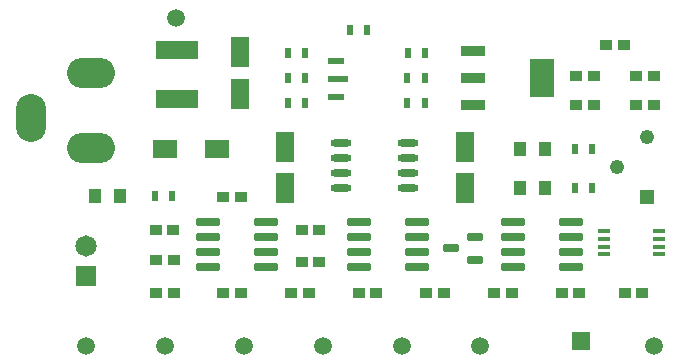
<source format=gbr>
%TF.GenerationSoftware,Altium Limited,Altium Designer,24.9.1 (31)*%
G04 Layer_Color=255*
%FSLAX45Y45*%
%MOMM*%
%TF.SameCoordinates,1ED834A1-E46C-4F5A-A45D-C8FB9AE456DD*%
%TF.FilePolarity,Positive*%
%TF.FileFunction,Pads,Top*%
%TF.Part,Single*%
G01*
G75*
%TA.AperFunction,SMDPad,CuDef*%
%ADD10R,1.00000X0.95000*%
%ADD11C,1.50000*%
%ADD12R,1.60000X2.60000*%
%ADD13R,1.10000X1.20000*%
G04:AMPARAMS|DCode=14|XSize=1.97mm|YSize=0.6mm|CornerRadius=0.075mm|HoleSize=0mm|Usage=FLASHONLY|Rotation=0.000|XOffset=0mm|YOffset=0mm|HoleType=Round|Shape=RoundedRectangle|*
%AMROUNDEDRECTD14*
21,1,1.97000,0.45000,0,0,0.0*
21,1,1.82000,0.60000,0,0,0.0*
1,1,0.15000,0.91000,-0.22500*
1,1,0.15000,-0.91000,-0.22500*
1,1,0.15000,-0.91000,0.22500*
1,1,0.15000,0.91000,0.22500*
%
%ADD14ROUNDEDRECTD14*%
%ADD15O,1.80000X0.60000*%
%ADD16R,2.10000X1.55000*%
%ADD17R,1.60000X2.50000*%
%ADD18R,0.55000X0.90000*%
%ADD19R,1.40000X0.60000*%
%ADD20R,1.80000X0.60000*%
%ADD21R,1.10000X0.35000*%
%ADD22R,2.15000X3.25000*%
%ADD23R,2.15000X0.90000*%
G04:AMPARAMS|DCode=24|XSize=1.32mm|YSize=0.6mm|CornerRadius=0.075mm|HoleSize=0mm|Usage=FLASHONLY|Rotation=180.000|XOffset=0mm|YOffset=0mm|HoleType=Round|Shape=RoundedRectangle|*
%AMROUNDEDRECTD24*
21,1,1.32000,0.45000,0,0,180.0*
21,1,1.17000,0.60000,0,0,180.0*
1,1,0.15000,-0.58500,0.22500*
1,1,0.15000,0.58500,0.22500*
1,1,0.15000,0.58500,-0.22500*
1,1,0.15000,-0.58500,-0.22500*
%
%ADD24ROUNDEDRECTD24*%
%ADD25R,3.55600X1.52400*%
%TA.AperFunction,ComponentPad*%
%ADD30O,4.06400X2.54000*%
%ADD31O,2.54000X4.06400*%
%ADD32R,1.60000X1.60000*%
%ADD33C,1.22200*%
%ADD34R,1.22200X1.22200*%
%ADD35C,1.81500*%
%ADD36R,1.81500X1.81500*%
D10*
X5094223Y3038073D02*
D03*
X5244223D02*
D03*
X5399480Y934692D02*
D03*
X5249479D02*
D03*
X1432385D02*
D03*
X1282385D02*
D03*
X1852304D02*
D03*
X2002304D02*
D03*
X5349301Y2530880D02*
D03*
X5499302D02*
D03*
X5349301Y2772682D02*
D03*
X5499302D02*
D03*
X2424763Y934692D02*
D03*
X2574763D02*
D03*
X3147223D02*
D03*
X2997222D02*
D03*
X2665008Y1468470D02*
D03*
X2515008D02*
D03*
X2515007Y1201549D02*
D03*
X2665008D02*
D03*
X4867140Y934692D02*
D03*
X4717140D02*
D03*
X4836536Y2772682D02*
D03*
X4986536D02*
D03*
X4989076Y2530880D02*
D03*
X4839076D02*
D03*
X4294681Y934692D02*
D03*
X4144681D02*
D03*
X3722222D02*
D03*
X3572221D02*
D03*
X1279845Y1468470D02*
D03*
X1429845D02*
D03*
X1852304Y1750262D02*
D03*
X2002304D02*
D03*
X1282385Y1219847D02*
D03*
X1432385D02*
D03*
D11*
X1450000Y3270000D02*
D03*
X1359889Y485000D02*
D03*
X3361037D02*
D03*
X2693988D02*
D03*
X5500212Y485000D02*
D03*
X4028086Y485000D02*
D03*
X2026939D02*
D03*
X692840D02*
D03*
D12*
X1996389Y2619880D02*
D03*
Y2979880D02*
D03*
D13*
X4575849Y2155018D02*
D03*
X4365849D02*
D03*
X4575849Y1830343D02*
D03*
X4365849D02*
D03*
X979813Y1762962D02*
D03*
X769813D02*
D03*
D14*
X1720535Y1537843D02*
D03*
Y1410843D02*
D03*
Y1283843D02*
D03*
Y1156843D02*
D03*
X2214535D02*
D03*
Y1283843D02*
D03*
Y1410843D02*
D03*
Y1537843D02*
D03*
X3491554D02*
D03*
Y1410843D02*
D03*
Y1283843D02*
D03*
Y1156843D02*
D03*
X2997554D02*
D03*
Y1283843D02*
D03*
Y1410843D02*
D03*
Y1537843D02*
D03*
X4305158Y1539509D02*
D03*
Y1412509D02*
D03*
Y1285509D02*
D03*
Y1158509D02*
D03*
X4799158D02*
D03*
Y1285509D02*
D03*
Y1412509D02*
D03*
Y1539509D02*
D03*
D15*
X3415000Y1825433D02*
D03*
Y1952433D02*
D03*
Y2079433D02*
D03*
Y2206433D02*
D03*
X2850000Y1825433D02*
D03*
Y1952433D02*
D03*
Y2079433D02*
D03*
Y2206433D02*
D03*
D16*
X1361840Y2160593D02*
D03*
X1801840D02*
D03*
D17*
X2376665Y2175433D02*
D03*
Y1825433D02*
D03*
X3901987Y2175433D02*
D03*
Y1825433D02*
D03*
D18*
X2544785Y2973544D02*
D03*
X2399785D02*
D03*
X2399245Y2545000D02*
D03*
X2544245D02*
D03*
X2544785Y2758562D02*
D03*
X2399785D02*
D03*
X3067347Y3164416D02*
D03*
X2922347D02*
D03*
X3556570Y2758562D02*
D03*
X3411570D02*
D03*
X3557110Y2973545D02*
D03*
X3412110D02*
D03*
X4976956Y1828923D02*
D03*
X4831956D02*
D03*
X4831416Y2155018D02*
D03*
X4976416D02*
D03*
X3411570Y2545000D02*
D03*
X3556569D02*
D03*
X1420265Y1762962D02*
D03*
X1275265D02*
D03*
D19*
X2805325Y2600372D02*
D03*
Y2900372D02*
D03*
D20*
X2825325Y2750372D02*
D03*
D21*
X5541812Y1459341D02*
D03*
Y1394317D02*
D03*
Y1329293D02*
D03*
Y1264269D02*
D03*
X5071812D02*
D03*
Y1329293D02*
D03*
Y1394317D02*
D03*
Y1459341D02*
D03*
D22*
X4550039Y2758562D02*
D03*
D23*
X3964039Y2529562D02*
D03*
Y2758562D02*
D03*
Y2987562D02*
D03*
D24*
X3782687Y1316172D02*
D03*
X3982687Y1411172D02*
D03*
Y1221172D02*
D03*
D25*
X1457500Y2999280D02*
D03*
Y2579140D02*
D03*
D30*
X734000Y2167500D02*
D03*
Y2802500D02*
D03*
D31*
X226000Y2421500D02*
D03*
D32*
X4883456Y533400D02*
D03*
D33*
X5438548Y2258964D02*
D03*
X5184548Y2004964D02*
D03*
D34*
X5438548Y1750964D02*
D03*
D35*
X692840Y1338193D02*
D03*
D36*
Y1084193D02*
D03*
%TF.MD5,a362c6cabd47c2a41644ac01667cdcd9*%
M02*

</source>
